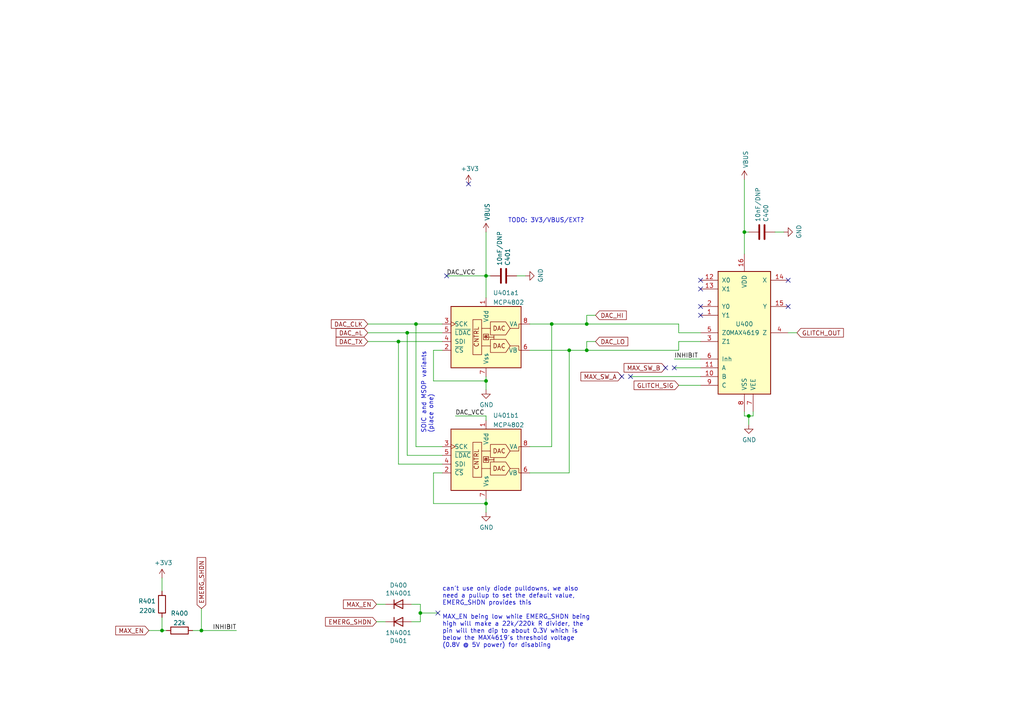
<source format=kicad_sch>
(kicad_sch (version 20211123) (generator eeschema)
  (paper "A4")
  (lib_symbols
    (symbol "4xxx:4053" (pin_names (offset 1.016))
      (property "Reference" "U" (at -7.62 19.05 0))
      (property "Value" "4053" (at -7.62 -19.05 0))
      (symbol "4053_1_0"
        (pin passive line (at -12.7 5.08 0) (length 5.08) (name "Y1") (number "1"))
        (pin input line (at -12.7 -12.7 0) (length 5.08) (name "B") (number "10"))
        (pin input line (at -12.7 -10.16 0) (length 5.08) (name "A") (number "11"))
        (pin passive line (at -12.7 15.24 0) (length 5.08) (name "X0") (number "12"))
        (pin passive line (at -12.7 12.7 0) (length 5.08) (name "X1") (number "13"))
        (pin passive line (at 12.7 15.24 180) (length 5.08) (name "X") (number "14"))
        (pin passive line (at 12.7 7.62 180) (length 5.08) (name "Y") (number "15"))
        (pin power_in line (at 0 22.86 270) (length 5.08) (name "VDD") (number "16"))
        (pin passive line (at -12.7 7.62 0) (length 5.08) (name "Y0") (number "2"))
        (pin passive line (at -12.7 -2.54 0) (length 5.08) (name "Z1") (number "3"))
        (pin passive line (at 12.7 0 180) (length 5.08) (name "Z") (number "4"))
        (pin passive line (at -12.7 0 0) (length 5.08) (name "Z0") (number "5"))
        (pin input line (at -12.7 -7.62 0) (length 5.08) (name "Inh") (number "6"))
        (pin power_in line (at 2.54 -22.86 90) (length 5.08) (name "VEE") (number "7"))
        (pin power_in line (at 0 -22.86 90) (length 5.08) (name "VSS") (number "8"))
        (pin input line (at -12.7 -15.24 0) (length 5.08) (name "C") (number "9"))
      )
      (symbol "4053_1_1"
        (rectangle (start -7.62 17.78) (end 7.62 -17.78) (stroke (width 0.254)) (fill (type background)))
      )
    )
    (symbol "Analog_DAC:MCP4802" (pin_names (offset 1.016))
      (property "Reference" "U" (at -2.54 10.795 0))
      (property "Value" "MCP4802" (at -2.54 8.89 0))
      (symbol "MCP4802_0_0"
        (polyline (pts (xy 0 -1.778) (xy 0 -0.635)))
        (polyline (pts (xy 0.381 -0.889) (xy 0.508 -0.762)))
        (polyline (pts (xy 2.286 -1.143) (xy 2.286 -1.905)))
        (polyline (pts (xy 0.381 -0.889) (xy -0.381 -0.889) (xy -0.508 -1.016)))
        (polyline (pts (xy 0.762 -1.27) (xy 2.286 -1.27) (xy 2.286 -0.762)))
        (polyline (pts (xy 0 -0.889) (xy 0.508 -1.397) (xy -0.508 -1.397) (xy 0 -0.889)))
        (polyline (pts (xy 6.985 -3.81) (xy 9.525 -3.81) (xy 9.525 -5.08) (xy 10.16 -5.08)))
        (polyline (pts (xy 6.985 1.27) (xy 9.525 1.27) (xy 9.525 2.54) (xy 10.16 2.54)))
        (rectangle (start 0.762 -0.381) (end -0.762 -2.032))
        (text "CNTRL" (at -2.032 -4.191 900) (effects (font (size 1.27 1.27)) (justify left bottom)))
        (text "DAC" (at 3.81 -3.81 0) (effects (font (size 1.27 1.27))))
        (text "DAC" (at 3.81 1.27 0) (effects (font (size 1.27 1.27))))
      )
      (symbol "MCP4802_0_1"
        (rectangle (start -10.16 7.62) (end 10.16 -10.16) (stroke (width 0.254)) (fill (type background)))
        (rectangle (start -1.27 -6.35) (end -3.81 3.81))
        (polyline (pts (xy 1.27 -3.81) (xy -1.27 -3.81)))
        (polyline (pts (xy 1.27 1.27) (xy -1.27 1.27)))
        (polyline (pts (xy 6.985 -3.81) (xy 5.715 -1.905) (xy 1.27 -1.905) (xy 1.27 -5.715) (xy 5.715 -5.715) (xy 6.985 -3.81)))
        (polyline (pts (xy 6.985 1.27) (xy 5.715 3.175) (xy 1.27 3.175) (xy 1.27 -0.635) (xy 5.715 -0.635) (xy 6.985 1.27)))
      )
      (symbol "MCP4802_1_1"
        (pin power_in line (at 0 10.16 270) (length 2.54) (name "Vdd") (number "1"))
        (pin input line (at -12.7 -5.08 0) (length 2.54) (name "~{CS}") (number "2"))
        (pin input clock (at -12.7 2.54 0) (length 2.54) (name "SCK") (number "3"))
        (pin input line (at -12.7 -2.54 0) (length 2.54) (name "SDI") (number "4"))
        (pin input line (at -12.7 0 0) (length 2.54) (name "~{LDAC}") (number "5"))
        (pin output line (at 12.7 -5.08 180) (length 2.54) (name "VB") (number "6"))
        (pin power_in line (at 0 -12.7 90) (length 2.54) (name "Vss") (number "7"))
        (pin output line (at 12.7 2.54 180) (length 2.54) (name "VA") (number "8"))
      )
    )
    (symbol "Device:C" (pin_numbers hide) (pin_names (offset 0.254))
      (property "Reference" "C" (at 0.635 2.54 0))
      (property "Value" "C" (at 0.635 -2.54 0))
      (symbol "C_0_1"
        (polyline (pts (xy -2.032 -0.762) (xy 2.032 -0.762)) (stroke (width 0.508)))
        (polyline (pts (xy -2.032 0.762) (xy 2.032 0.762)) (stroke (width 0.508)))
      )
      (symbol "C_1_1"
        (pin passive line (at 0 3.81 270) (length 2.794) (name "~") (number "1"))
        (pin passive line (at 0 -3.81 90) (length 2.794) (name "~") (number "2"))
      )
    )
    (symbol "Device:D" (pin_numbers hide) (pin_names (offset 1.016) hide)
      (property "Reference" "D" (at 0 2.54 0))
      (property "Value" "D" (at 0 -2.54 0))
      (symbol "D_0_1"
        (polyline (pts (xy -1.27 1.27) (xy -1.27 -1.27)) (stroke (width 0.254)))
        (polyline (pts (xy 1.27 0) (xy -1.27 0)))
        (polyline (pts (xy 1.27 1.27) (xy 1.27 -1.27) (xy -1.27 0) (xy 1.27 1.27)) (stroke (width 0.254)))
      )
      (symbol "D_1_1"
        (pin passive line (at -3.81 0 0) (length 2.54) (name "K") (number "1"))
        (pin passive line (at 3.81 0 180) (length 2.54) (name "A") (number "2"))
      )
    )
    (symbol "Device:R" (pin_numbers hide) (pin_names (offset 0))
      (property "Reference" "R" (at 2.032 0 90))
      (property "Value" "R" (at 0 0 90))
      (symbol "R_0_1"
        (rectangle (start -1.016 -2.54) (end 1.016 2.54) (stroke (width 0.254)))
      )
      (symbol "R_1_1"
        (pin passive line (at 0 3.81 270) (length 1.27) (name "~") (number "1"))
        (pin passive line (at 0 -3.81 90) (length 1.27) (name "~") (number "2"))
      )
    )
    (symbol "power:+3V3" (power) (pin_names (offset 0))
      (property "Value" "+3V3" (at 0 3.556 0))
      (symbol "+3V3_0_1"
        (polyline (pts (xy -0.762 1.27) (xy 0 2.54)))
        (polyline (pts (xy 0 0) (xy 0 2.54)))
        (polyline (pts (xy 0 2.54) (xy 0.762 1.27)))
      )
      (symbol "+3V3_1_1"
        (pin power_in line (at 0 0 90) (length 0) hide (name "+3V3") (number "1"))
      )
    )
    (symbol "power:GND" (power) (pin_names (offset 0))
      (property "Value" "GND" (at 0 -3.81 0))
      (symbol "GND_0_1"
        (polyline (pts (xy 0 0) (xy 0 -1.27) (xy 1.27 -1.27) (xy 0 -2.54) (xy -1.27 -1.27) (xy 0 -1.27)))
      )
      (symbol "GND_1_1"
        (pin power_in line (at 0 0 270) (length 0) hide (name "GND") (number "1"))
      )
    )
    (symbol "power:VBUS" (power) (pin_names (offset 0))
      (property "Value" "VBUS" (at 0 3.81 0))
      (symbol "VBUS_0_1"
        (polyline (pts (xy -0.762 1.27) (xy 0 2.54)))
        (polyline (pts (xy 0 0) (xy 0 2.54)))
        (polyline (pts (xy 0 2.54) (xy 0.762 1.27)))
      )
      (symbol "VBUS_1_1"
        (pin power_in line (at 0 0 90) (length 0) hide (name "VBUS") (number "1"))
      )
    )
  )
  (junction (at 140.97 146.05))
  (junction (at 215.9 67.31))
  (junction (at 170.18 101.6))
  (junction (at 121.92 177.8))
  (junction (at 58.42 182.88))
  (junction (at 120.65 93.98))
  (junction (at 170.18 93.98))
  (junction (at 46.99 182.88))
  (junction (at 217.17 120.65))
  (junction (at 115.57 99.06))
  (junction (at 165.1 101.6))
  (junction (at 118.11 96.52))
  (junction (at 140.97 110.49))
  (junction (at 140.97 80.01))
  (junction (at 160.02 93.98))
  (no_connect (at 129.54 80.01))
  (no_connect (at 180.34 109.22))
  (no_connect (at 182.88 109.22))
  (no_connect (at 193.04 106.68))
  (no_connect (at 195.58 106.68))
  (no_connect (at 135.89 53.34))
  (no_connect (at 203.2 81.28))
  (no_connect (at 203.2 83.82))
  (no_connect (at 228.6 88.9))
  (no_connect (at 228.6 81.28))
  (no_connect (at 203.2 88.9))
  (no_connect (at 203.2 91.44))
  (no_connect (at 127 177.8))
  (wire (pts (xy 120.65 93.98) (xy 128.27 93.98)))
  (wire (pts (xy 170.18 91.44) (xy 172.72 91.44)))
  (wire (pts (xy 160.02 93.98) (xy 160.02 129.54)))
  (wire (pts (xy 106.68 99.06) (xy 115.57 99.06)))
  (wire (pts (xy 195.58 106.68) (xy 203.2 106.68)))
  (wire (pts (xy 128.27 134.62) (xy 115.57 134.62)))
  (wire (pts (xy 111.76 175.26) (xy 109.22 175.26)))
  (wire (pts (xy 218.44 120.65) (xy 218.44 119.38)))
  (wire (pts (xy 153.67 101.6) (xy 165.1 101.6)))
  (wire (pts (xy 170.18 91.44) (xy 170.18 93.98)))
  (wire (pts (xy 140.97 109.22) (xy 140.97 110.49)))
  (wire (pts (xy 196.85 99.06) (xy 203.2 99.06)))
  (wire (pts (xy 115.57 99.06) (xy 115.57 134.62)))
  (wire (pts (xy 119.38 180.34) (xy 121.92 180.34)))
  (wire (pts (xy 125.73 146.05) (xy 140.97 146.05)))
  (wire (pts (xy 172.72 99.06) (xy 170.18 99.06)))
  (wire (pts (xy 43.18 182.88) (xy 46.99 182.88)))
  (wire (pts (xy 55.88 182.88) (xy 58.42 182.88)))
  (wire (pts (xy 58.42 182.88) (xy 68.58 182.88)))
  (wire (pts (xy 196.85 93.98) (xy 196.85 96.52)))
  (wire (pts (xy 217.17 120.65) (xy 218.44 120.65)))
  (wire (pts (xy 215.9 67.31) (xy 217.17 67.31)))
  (wire (pts (xy 160.02 93.98) (xy 170.18 93.98)))
  (wire (pts (xy 195.58 104.14) (xy 203.2 104.14)))
  (wire (pts (xy 196.85 96.52) (xy 203.2 96.52)))
  (wire (pts (xy 165.1 101.6) (xy 165.1 137.16)))
  (wire (pts (xy 196.85 111.76) (xy 203.2 111.76)))
  (wire (pts (xy 121.92 177.8) (xy 127 177.8)))
  (wire (pts (xy 224.79 67.31) (xy 227.33 67.31)))
  (wire (pts (xy 128.27 137.16) (xy 125.73 137.16)))
  (wire (pts (xy 149.86 80.01) (xy 152.4 80.01)))
  (wire (pts (xy 153.67 137.16) (xy 165.1 137.16)))
  (wire (pts (xy 132.08 120.65) (xy 140.97 120.65)))
  (wire (pts (xy 128.27 101.6) (xy 125.73 101.6)))
  (wire (pts (xy 182.88 109.22) (xy 203.2 109.22)))
  (wire (pts (xy 125.73 137.16) (xy 125.73 146.05)))
  (wire (pts (xy 106.68 93.98) (xy 120.65 93.98)))
  (wire (pts (xy 215.9 120.65) (xy 217.17 120.65)))
  (wire (pts (xy 140.97 120.65) (xy 140.97 121.92)))
  (wire (pts (xy 170.18 101.6) (xy 196.85 101.6)))
  (wire (pts (xy 109.22 180.34) (xy 111.76 180.34)))
  (wire (pts (xy 128.27 129.54) (xy 120.65 129.54)))
  (wire (pts (xy 170.18 93.98) (xy 196.85 93.98)))
  (wire (pts (xy 58.42 176.53) (xy 58.42 182.88)))
  (wire (pts (xy 118.11 96.52) (xy 118.11 132.08)))
  (wire (pts (xy 215.9 120.65) (xy 215.9 119.38)))
  (wire (pts (xy 215.9 67.31) (xy 215.9 52.07)))
  (wire (pts (xy 153.67 93.98) (xy 160.02 93.98)))
  (wire (pts (xy 119.38 175.26) (xy 121.92 175.26)))
  (wire (pts (xy 118.11 96.52) (xy 128.27 96.52)))
  (wire (pts (xy 196.85 101.6) (xy 196.85 99.06)))
  (wire (pts (xy 153.67 129.54) (xy 160.02 129.54)))
  (wire (pts (xy 140.97 146.05) (xy 140.97 148.59)))
  (wire (pts (xy 231.14 96.52) (xy 228.6 96.52)))
  (wire (pts (xy 165.1 101.6) (xy 170.18 101.6)))
  (wire (pts (xy 140.97 144.78) (xy 140.97 146.05)))
  (wire (pts (xy 46.99 167.64) (xy 46.99 171.45)))
  (wire (pts (xy 129.54 80.01) (xy 140.97 80.01)))
  (wire (pts (xy 217.17 120.65) (xy 217.17 123.19)))
  (wire (pts (xy 121.92 175.26) (xy 121.92 177.8)))
  (wire (pts (xy 140.97 80.01) (xy 140.97 67.31)))
  (wire (pts (xy 121.92 177.8) (xy 121.92 180.34)))
  (wire (pts (xy 140.97 110.49) (xy 140.97 113.03)))
  (wire (pts (xy 125.73 101.6) (xy 125.73 110.49)))
  (wire (pts (xy 125.73 110.49) (xy 140.97 110.49)))
  (wire (pts (xy 140.97 80.01) (xy 142.24 80.01)))
  (wire (pts (xy 106.68 96.52) (xy 118.11 96.52)))
  (wire (pts (xy 140.97 80.01) (xy 140.97 86.36)))
  (wire (pts (xy 128.27 132.08) (xy 118.11 132.08)))
  (wire (pts (xy 215.9 67.31) (xy 215.9 73.66)))
  (wire (pts (xy 48.26 182.88) (xy 46.99 182.88)))
  (wire (pts (xy 46.99 179.07) (xy 46.99 182.88)))
  (wire (pts (xy 120.65 93.98) (xy 120.65 129.54)))
  (wire (pts (xy 115.57 99.06) (xy 128.27 99.06)))
  (wire (pts (xy 170.18 99.06) (xy 170.18 101.6)))
  (text "can't use only diode pulldowns, we also\nneed a pullup to set the default value,\nEMERG_SHDN provides this\n\nMAX_EN being low while EMERG_SHDN being\nhigh will make a 22k/220k R divider, the\npin will then dip to about 0.3V which is\nbelow the MAX4619's threshold voltage\n(0.8V @ 5V power) for disabling" (at 128.27 187.96 0) (effects (font (size 1.27 1.27)) (justify left bottom)))
  (text "TODO: 3V3/VBUS/EXT?" (at 147.32 64.77 0) (effects (font (size 1.27 1.27)) (justify left bottom)))
  (text "SOIC and MSOP variants\n(place one)" (at 125.73 125.73 90) (effects (font (size 1.27 1.27)) (justify left bottom)))
  (label "INHIBIT" (at 195.58 104.14 0))
  (label "DAC_VCC" (at 132.08 120.65 0))
  (label "DAC_VCC" (at 129.54 80.01 0))
  (label "INHIBIT" (at 68.58 182.88 180))
  (global_label "DAC_nL" (shape input) (at 106.68 96.52 180) (property "Intersheet References" "${INTERSHEET_REFS}" (effects hide)))
  (global_label "EMERG_SHDN" (shape input) (at 109.22 180.34 180) (property "Intersheet References" "${INTERSHEET_REFS}" (effects hide)))
  (global_label "DAC_HI" (shape input) (at 172.72 91.44 0) (property "Intersheet References" "${INTERSHEET_REFS}" (effects hide)))
  (global_label "MAX_EN" (shape input) (at 109.22 175.26 180) (property "Intersheet References" "${INTERSHEET_REFS}" (effects hide)))
  (global_label "EMERG_SHDN" (shape input) (at 58.42 176.53 90) (property "Intersheet References" "${INTERSHEET_REFS}" (effects hide)))
  (global_label "MAX_EN" (shape input) (at 43.18 182.88 180) (property "Intersheet References" "${INTERSHEET_REFS}" (effects hide)))
  (global_label "MAX_SW_B" (shape input) (at 193.04 106.68 180) (property "Intersheet References" "${INTERSHEET_REFS}" (effects hide)))
  (global_label "DAC_LO" (shape input) (at 172.72 99.06 0) (property "Intersheet References" "${INTERSHEET_REFS}" (effects hide)))
  (global_label "GLITCH_SIG" (shape input) (at 196.85 111.76 180) (property "Intersheet References" "${INTERSHEET_REFS}" (effects hide)))
  (global_label "GLITCH_OUT" (shape input) (at 231.14 96.52 0) (property "Intersheet References" "${INTERSHEET_REFS}" (effects hide)))
  (global_label "DAC_CLK" (shape input) (at 106.68 93.98 180) (property "Intersheet References" "${INTERSHEET_REFS}" (effects hide)))
  (global_label "DAC_TX" (shape input) (at 106.68 99.06 180) (property "Intersheet References" "${INTERSHEET_REFS}" (effects hide)))
  (global_label "MAX_SW_A" (shape input) (at 180.34 109.22 180) (property "Intersheet References" "${INTERSHEET_REFS}" (effects hide)))
  (symbol (lib_id "power:VBUS") (at 215.9 52.07 0) (unit 1)
    (property "Reference" "#PWR0156" (effects hide))
    (property "Value" "VBUS" (at 216.281 48.8188 90) (effects (justify left)))
  )
  (symbol (lib_id "4xxx:4053") (at 215.9 96.52 0) (unit 1)
    (property "Reference" "U400" (at 215.9 93.98 0))
    (property "Value" "MAX4619" (at 215.9 96.52 0))
    (property "Footprint" "Package_SO:SO-16_3.9x9.9mm_P1.27mm" (effects hide))
    (property "Datasheet" "http://www.intersil.com/content/dam/Intersil/documents/cd40/cd4051bms-52bms-53bms.pdf" (effects hide))
  )
  (symbol (lib_id "power:GND") (at 217.17 123.19 0) (unit 1)
    (property "Reference" "#PWR0149" (effects hide))
    (property "Value" "GND" (at 217.297 127.5842 0))
  )
  (symbol (lib_id "Device:C") (at 146.05 80.01 270) (mirror x) (unit 1)
    (property "Reference" "C401" (at 147.2184 77.089 0) (effects (justify left)))
    (property "Value" "10nF/DNP" (at 144.907 77.089 0) (effects (justify left)))
    (property "Footprint" "Capacitor_SMD:C_0805_2012Metric_Pad1.18x1.45mm_HandSolder" (effects hide))
  )
  (symbol (lib_id "power:GND") (at 140.97 113.03 0) (unit 1)
    (property "Reference" "#PWR0146" (effects hide))
    (property "Value" "GND" (at 141.097 117.4242 0))
  )
  (symbol (lib_id "Device:C") (at 220.98 67.31 270) (mirror x) (unit 1)
    (property "Reference" "C400" (at 222.1484 64.389 0) (effects (justify left)))
    (property "Value" "10nF/DNP" (at 219.837 64.389 0) (effects (justify left)))
    (property "Footprint" "Capacitor_SMD:C_0805_2012Metric_Pad1.18x1.45mm_HandSolder" (effects hide))
  )
  (symbol (lib_id "power:+3V3") (at 135.89 53.34 0) (unit 1)
    (property "Reference" "#PWR0144" (effects hide))
    (property "Value" "+3V3" (at 136.271 48.9458 0))
  )
  (symbol (lib_id "power:GND") (at 152.4 80.01 90) (unit 1)
    (property "Reference" "#PWR0145" (effects hide))
    (property "Value" "GND" (at 156.7942 79.883 0))
  )
  (symbol (lib_id "power:GND") (at 140.97 148.59 0) (unit 1)
    (property "Reference" "#PWR0147" (effects hide))
    (property "Value" "GND" (at 141.097 152.9842 0))
  )
  (symbol (lib_id "Analog_DAC:MCP4802") (at 140.97 96.52 0) (unit 1)
    (property "Reference" "U401a1" (at 142.9894 84.9335 0) (effects (justify left)))
    (property "Value" "MCP4802" (at 142.9894 87.7086 0) (effects (justify left)))
    (property "Footprint" "Package_SO:SOIC-8_3.9x4.9mm_P1.27mm" (effects hide))
    (property "Datasheet" "http://ww1.microchip.com/downloads/en/DeviceDoc/20002249B.pdf" (effects hide))
  )
  (symbol (lib_id "Device:R") (at 52.07 182.88 90) (unit 1)
    (property "Reference" "R400" (at 52.07 177.8975 90))
    (property "Value" "22k" (at 52.07 180.6726 90))
    (property "Footprint" "Resistor_SMD:R_0805_2012Metric_Pad1.20x1.40mm_HandSolder" (effects hide))
  )
  (symbol (lib_id "Analog_DAC:MCP4802") (at 140.97 132.08 0) (unit 1) (in_bom no)
    (property "Reference" "U401b1" (at 142.9894 120.4935 0) (effects (justify left)))
    (property "Value" "MCP4802" (at 142.9894 123.2686 0) (effects (justify left)))
    (property "Footprint" "Package_SO:MSOP-8_3x3mm_P0.65mm" (effects hide))
    (property "Datasheet" "http://ww1.microchip.com/downloads/en/DeviceDoc/20002249B.pdf" (effects hide))
  )
  (symbol (lib_id "power:+3V3") (at 46.99 167.64 0) (unit 1)
    (property "Reference" "#PWR0161" (effects hide))
    (property "Value" "+3V3" (at 47.371 163.2458 0))
  )
  (symbol (lib_id "Device:R") (at 46.99 175.26 0) (mirror x) (unit 1)
    (property "Reference" "R401" (at 45.212 174.3515 0) (effects (justify right)))
    (property "Value" "220k" (at 45.212 177.1266 0) (effects (justify right)))
    (property "Footprint" "Resistor_SMD:R_0805_2012Metric_Pad1.20x1.40mm_HandSolder" (effects hide))
  )
  (symbol (lib_id "power:VBUS") (at 140.97 67.31 0) (unit 1)
    (property "Reference" "#PWR0158" (effects hide))
    (property "Value" "VBUS" (at 141.351 64.0588 90) (effects (justify left)))
  )
  (symbol (lib_id "power:GND") (at 227.33 67.31 90) (unit 1)
    (property "Reference" "#PWR0160" (effects hide))
    (property "Value" "GND" (at 231.7242 67.183 0))
  )
  (symbol (lib_id "Device:D") (at 115.57 175.26 0) (unit 1) (in_bom no) (on_board no)
    (property "Reference" "D400" (at 115.57 169.7482 0))
    (property "Value" "1N4001" (at 115.57 172.0596 0))
    (property "Footprint" "Diode_SMD:D_SOD-123" (effects hide))
  )
  (symbol (lib_id "Device:D") (at 115.57 180.34 0) (mirror x) (unit 1) (in_bom no) (on_board no)
    (property "Reference" "D401" (at 115.57 185.8518 0))
    (property "Value" "1N4001" (at 115.57 183.5404 0))
    (property "Footprint" "Diode_SMD:D_SOD-123" (effects hide))
  )
)
</source>
